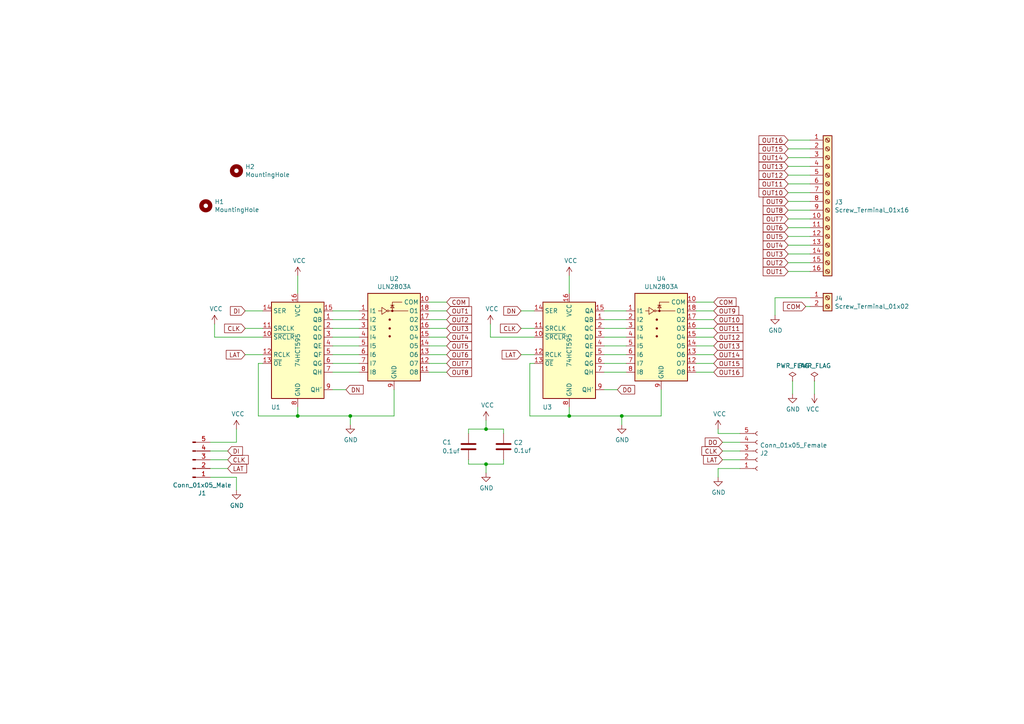
<source format=kicad_sch>
(kicad_sch (version 20211123) (generator eeschema)
  (paper "A4")
  (lib_symbols
    (symbol "74xx:74HCT595"
      (property "Reference" "U" (at -7.62 13.97 0))
      (property "Value" "74HCT595" (at -7.62 -16.51 0))
      (symbol "74HCT595_1_0"
        (pin tri_state line (at 10.16 7.62 180) (length 2.54) (name "QB") (number "1"))
        (pin input line (at -10.16 2.54 0) (length 2.54) (name "~{SRCLR}") (number "10"))
        (pin input line (at -10.16 5.08 0) (length 2.54) (name "SRCLK") (number "11"))
        (pin input line (at -10.16 -2.54 0) (length 2.54) (name "RCLK") (number "12"))
        (pin input line (at -10.16 -5.08 0) (length 2.54) (name "~{OE}") (number "13"))
        (pin input line (at -10.16 10.16 0) (length 2.54) (name "SER") (number "14"))
        (pin tri_state line (at 10.16 10.16 180) (length 2.54) (name "QA") (number "15"))
        (pin power_in line (at 0 15.24 270) (length 2.54) (name "VCC") (number "16"))
        (pin tri_state line (at 10.16 5.08 180) (length 2.54) (name "QC") (number "2"))
        (pin tri_state line (at 10.16 2.54 180) (length 2.54) (name "QD") (number "3"))
        (pin tri_state line (at 10.16 0 180) (length 2.54) (name "QE") (number "4"))
        (pin tri_state line (at 10.16 -2.54 180) (length 2.54) (name "QF") (number "5"))
        (pin tri_state line (at 10.16 -5.08 180) (length 2.54) (name "QG") (number "6"))
        (pin tri_state line (at 10.16 -7.62 180) (length 2.54) (name "QH") (number "7"))
        (pin power_in line (at 0 -17.78 90) (length 2.54) (name "GND") (number "8"))
        (pin output line (at 10.16 -12.7 180) (length 2.54) (name "QH'") (number "9"))
      )
      (symbol "74HCT595_1_1"
        (rectangle (start -7.62 12.7) (end 7.62 -15.24) (stroke (width 0.254)) (fill (type background)))
      )
    )
    (symbol "Connector:Conn_01x05_Female" (pin_names (offset 1.016) hide)
      (property "Reference" "J" (at 0 7.62 0))
      (property "Value" "Conn_01x05_Female" (at 0 -7.62 0))
      (symbol "Conn_01x05_Female_1_1"
        (arc (start 0 -4.572) (mid -0.508 -5.08) (end 0 -5.588) (stroke (width 0.1524)))
        (arc (start 0 -2.032) (mid -0.508 -2.54) (end 0 -3.048) (stroke (width 0.1524)))
        (polyline (pts (xy -1.27 -5.08) (xy -0.508 -5.08)) (stroke (width 0.1524)))
        (polyline (pts (xy -1.27 -2.54) (xy -0.508 -2.54)) (stroke (width 0.1524)))
        (polyline (pts (xy -1.27 0) (xy -0.508 0)) (stroke (width 0.1524)))
        (polyline (pts (xy -1.27 2.54) (xy -0.508 2.54)) (stroke (width 0.1524)))
        (polyline (pts (xy -1.27 5.08) (xy -0.508 5.08)) (stroke (width 0.1524)))
        (arc (start 0 0.508) (mid -0.508 0) (end 0 -0.508) (stroke (width 0.1524)))
        (arc (start 0 3.048) (mid -0.508 2.54) (end 0 2.032) (stroke (width 0.1524)))
        (arc (start 0 5.588) (mid -0.508 5.08) (end 0 4.572) (stroke (width 0.1524)))
        (pin passive line (at -5.08 5.08 0) (length 3.81) (name "Pin_1") (number "1"))
        (pin passive line (at -5.08 2.54 0) (length 3.81) (name "Pin_2") (number "2"))
        (pin passive line (at -5.08 0 0) (length 3.81) (name "Pin_3") (number "3"))
        (pin passive line (at -5.08 -2.54 0) (length 3.81) (name "Pin_4") (number "4"))
        (pin passive line (at -5.08 -5.08 0) (length 3.81) (name "Pin_5") (number "5"))
      )
    )
    (symbol "Connector:Conn_01x05_Male" (pin_names (offset 1.016) hide)
      (property "Reference" "J" (at 0 7.62 0))
      (property "Value" "Conn_01x05_Male" (at 0 -7.62 0))
      (symbol "Conn_01x05_Male_1_1"
        (polyline (pts (xy 1.27 -5.08) (xy 0.8636 -5.08)) (stroke (width 0.1524)))
        (polyline (pts (xy 1.27 -2.54) (xy 0.8636 -2.54)) (stroke (width 0.1524)))
        (polyline (pts (xy 1.27 0) (xy 0.8636 0)) (stroke (width 0.1524)))
        (polyline (pts (xy 1.27 2.54) (xy 0.8636 2.54)) (stroke (width 0.1524)))
        (polyline (pts (xy 1.27 5.08) (xy 0.8636 5.08)) (stroke (width 0.1524)))
        (rectangle (start 0.8636 -4.953) (end 0 -5.207) (stroke (width 0.1524)) (fill (type outline)))
        (rectangle (start 0.8636 -2.413) (end 0 -2.667) (stroke (width 0.1524)) (fill (type outline)))
        (rectangle (start 0.8636 0.127) (end 0 -0.127) (stroke (width 0.1524)) (fill (type outline)))
        (rectangle (start 0.8636 2.667) (end 0 2.413) (stroke (width 0.1524)) (fill (type outline)))
        (rectangle (start 0.8636 5.207) (end 0 4.953) (stroke (width 0.1524)) (fill (type outline)))
        (pin passive line (at 5.08 5.08 180) (length 3.81) (name "Pin_1") (number "1"))
        (pin passive line (at 5.08 2.54 180) (length 3.81) (name "Pin_2") (number "2"))
        (pin passive line (at 5.08 0 180) (length 3.81) (name "Pin_3") (number "3"))
        (pin passive line (at 5.08 -2.54 180) (length 3.81) (name "Pin_4") (number "4"))
        (pin passive line (at 5.08 -5.08 180) (length 3.81) (name "Pin_5") (number "5"))
      )
    )
    (symbol "Connector:Screw_Terminal_01x02" (pin_names (offset 1.016) hide)
      (property "Reference" "J" (at 0 2.54 0))
      (property "Value" "Screw_Terminal_01x02" (at 0 -5.08 0))
      (symbol "Screw_Terminal_01x02_1_1"
        (rectangle (start -1.27 1.27) (end 1.27 -3.81) (stroke (width 0.254)) (fill (type background)))
        (circle (center 0 -2.54) (radius 0.635) (stroke (width 0.1524)))
        (polyline (pts (xy -0.5334 -2.2098) (xy 0.3302 -3.048)) (stroke (width 0.1524)))
        (polyline (pts (xy -0.5334 0.3302) (xy 0.3302 -0.508)) (stroke (width 0.1524)))
        (polyline (pts (xy -0.3556 -2.032) (xy 0.508 -2.8702)) (stroke (width 0.1524)))
        (polyline (pts (xy -0.3556 0.508) (xy 0.508 -0.3302)) (stroke (width 0.1524)))
        (circle (center 0 0) (radius 0.635) (stroke (width 0.1524)))
        (pin passive line (at -5.08 0 0) (length 3.81) (name "Pin_1") (number "1"))
        (pin passive line (at -5.08 -2.54 0) (length 3.81) (name "Pin_2") (number "2"))
      )
    )
    (symbol "Connector:Screw_Terminal_01x16" (pin_names (offset 1.016) hide)
      (property "Reference" "J" (at 0 20.32 0))
      (property "Value" "Screw_Terminal_01x16" (at 0 -22.86 0))
      (symbol "Screw_Terminal_01x16_1_1"
        (rectangle (start -1.27 19.05) (end 1.27 -21.59) (stroke (width 0.254)) (fill (type background)))
        (circle (center 0 -20.32) (radius 0.635) (stroke (width 0.1524)))
        (circle (center 0 -17.78) (radius 0.635) (stroke (width 0.1524)))
        (circle (center 0 -15.24) (radius 0.635) (stroke (width 0.1524)))
        (circle (center 0 -12.7) (radius 0.635) (stroke (width 0.1524)))
        (circle (center 0 -10.16) (radius 0.635) (stroke (width 0.1524)))
        (circle (center 0 -7.62) (radius 0.635) (stroke (width 0.1524)))
        (circle (center 0 -5.08) (radius 0.635) (stroke (width 0.1524)))
        (circle (center 0 -2.54) (radius 0.635) (stroke (width 0.1524)))
        (polyline (pts (xy -0.5334 -19.9898) (xy 0.3302 -20.828)) (stroke (width 0.1524)))
        (polyline (pts (xy -0.5334 -17.4498) (xy 0.3302 -18.288)) (stroke (width 0.1524)))
        (polyline (pts (xy -0.5334 -14.9098) (xy 0.3302 -15.748)) (stroke (width 0.1524)))
        (polyline (pts (xy -0.5334 -12.3698) (xy 0.3302 -13.208)) (stroke (width 0.1524)))
        (polyline (pts (xy -0.5334 -9.8298) (xy 0.3302 -10.668)) (stroke (width 0.1524)))
        (polyline (pts (xy -0.5334 -7.2898) (xy 0.3302 -8.128)) (stroke (width 0.1524)))
        (polyline (pts (xy -0.5334 -4.7498) (xy 0.3302 -5.588)) (stroke (width 0.1524)))
        (polyline (pts (xy -0.5334 -2.2098) (xy 0.3302 -3.048)) (stroke (width 0.1524)))
        (polyline (pts (xy -0.5334 0.3302) (xy 0.3302 -0.508)) (stroke (width 0.1524)))
        (polyline (pts (xy -0.5334 2.8702) (xy 0.3302 2.032)) (stroke (width 0.1524)))
        (polyline (pts (xy -0.5334 5.4102) (xy 0.3302 4.572)) (stroke (width 0.1524)))
        (polyline (pts (xy -0.5334 7.9502) (xy 0.3302 7.112)) (stroke (width 0.1524)))
        (polyline (pts (xy -0.5334 10.4902) (xy 0.3302 9.652)) (stroke (width 0.1524)))
        (polyline (pts (xy -0.5334 13.0302) (xy 0.3302 12.192)) (stroke (width 0.1524)))
        (polyline (pts (xy -0.5334 15.5702) (xy 0.3302 14.732)) (stroke (width 0.1524)))
        (polyline (pts (xy -0.5334 18.1102) (xy 0.3302 17.272)) (stroke (width 0.1524)))
        (polyline (pts (xy -0.3556 -19.812) (xy 0.508 -20.6502)) (stroke (width 0.1524)))
        (polyline (pts (xy -0.3556 -17.272) (xy 0.508 -18.1102)) (stroke (width 0.1524)))
        (polyline (pts (xy -0.3556 -14.732) (xy 0.508 -15.5702)) (stroke (width 0.1524)))
        (polyline (pts (xy -0.3556 -12.192) (xy 0.508 -13.0302)) (stroke (width 0.1524)))
        (polyline (pts (xy -0.3556 -9.652) (xy 0.508 -10.4902)) (stroke (width 0.1524)))
        (polyline (pts (xy -0.3556 -7.112) (xy 0.508 -7.9502)) (stroke (width 0.1524)))
        (polyline (pts (xy -0.3556 -4.572) (xy 0.508 -5.4102)) (stroke (width 0.1524)))
        (polyline (pts (xy -0.3556 -2.032) (xy 0.508 -2.8702)) (stroke (width 0.1524)))
        (polyline (pts (xy -0.3556 0.508) (xy 0.508 -0.3302)) (stroke (width 0.1524)))
        (polyline (pts (xy -0.3556 3.048) (xy 0.508 2.2098)) (stroke (width 0.1524)))
        (polyline (pts (xy -0.3556 5.588) (xy 0.508 4.7498)) (stroke (width 0.1524)))
        (polyline (pts (xy -0.3556 8.128) (xy 0.508 7.2898)) (stroke (width 0.1524)))
        (polyline (pts (xy -0.3556 10.668) (xy 0.508 9.8298)) (stroke (width 0.1524)))
        (polyline (pts (xy -0.3556 13.208) (xy 0.508 12.3698)) (stroke (width 0.1524)))
        (polyline (pts (xy -0.3556 15.748) (xy 0.508 14.9098)) (stroke (width 0.1524)))
        (polyline (pts (xy -0.3556 18.288) (xy 0.508 17.4498)) (stroke (width 0.1524)))
        (circle (center 0 0) (radius 0.635) (stroke (width 0.1524)))
        (circle (center 0 2.54) (radius 0.635) (stroke (width 0.1524)))
        (circle (center 0 5.08) (radius 0.635) (stroke (width 0.1524)))
        (circle (center 0 7.62) (radius 0.635) (stroke (width 0.1524)))
        (circle (center 0 10.16) (radius 0.635) (stroke (width 0.1524)))
        (circle (center 0 12.7) (radius 0.635) (stroke (width 0.1524)))
        (circle (center 0 15.24) (radius 0.635) (stroke (width 0.1524)))
        (circle (center 0 17.78) (radius 0.635) (stroke (width 0.1524)))
        (pin passive line (at -5.08 17.78 0) (length 3.81) (name "Pin_1") (number "1"))
        (pin passive line (at -5.08 -5.08 0) (length 3.81) (name "Pin_10") (number "10"))
        (pin passive line (at -5.08 -7.62 0) (length 3.81) (name "Pin_11") (number "11"))
        (pin passive line (at -5.08 -10.16 0) (length 3.81) (name "Pin_12") (number "12"))
        (pin passive line (at -5.08 -12.7 0) (length 3.81) (name "Pin_13") (number "13"))
        (pin passive line (at -5.08 -15.24 0) (length 3.81) (name "Pin_14") (number "14"))
        (pin passive line (at -5.08 -17.78 0) (length 3.81) (name "Pin_15") (number "15"))
        (pin passive line (at -5.08 -20.32 0) (length 3.81) (name "Pin_16") (number "16"))
        (pin passive line (at -5.08 15.24 0) (length 3.81) (name "Pin_2") (number "2"))
        (pin passive line (at -5.08 12.7 0) (length 3.81) (name "Pin_3") (number "3"))
        (pin passive line (at -5.08 10.16 0) (length 3.81) (name "Pin_4") (number "4"))
        (pin passive line (at -5.08 7.62 0) (length 3.81) (name "Pin_5") (number "5"))
        (pin passive line (at -5.08 5.08 0) (length 3.81) (name "Pin_6") (number "6"))
        (pin passive line (at -5.08 2.54 0) (length 3.81) (name "Pin_7") (number "7"))
        (pin passive line (at -5.08 0 0) (length 3.81) (name "Pin_8") (number "8"))
        (pin passive line (at -5.08 -2.54 0) (length 3.81) (name "Pin_9") (number "9"))
      )
    )
    (symbol "Device:C" (pin_numbers hide) (pin_names (offset 0.254))
      (property "Reference" "C" (at 0.635 2.54 0))
      (property "Value" "C" (at 0.635 -2.54 0))
      (symbol "C_0_1"
        (polyline (pts (xy -2.032 -0.762) (xy 2.032 -0.762)) (stroke (width 0.508)))
        (polyline (pts (xy -2.032 0.762) (xy 2.032 0.762)) (stroke (width 0.508)))
      )
      (symbol "C_1_1"
        (pin passive line (at 0 3.81 270) (length 2.794) (name "~") (number "1"))
        (pin passive line (at 0 -3.81 90) (length 2.794) (name "~") (number "2"))
      )
    )
    (symbol "Mechanical:MountingHole" (pin_names (offset 1.016))
      (property "Reference" "H" (at 0 5.08 0))
      (property "Value" "MountingHole" (at 0 3.175 0))
      (symbol "MountingHole_0_1"
        (circle (center 0 0) (radius 1.27) (stroke (width 1.27)))
      )
    )
    (symbol "Transistor_Array:ULN2803A"
      (property "Reference" "U" (at 0 13.335 0))
      (property "Value" "ULN2803A" (at 0 11.43 0))
      (symbol "ULN2803A_0_1"
        (rectangle (start -7.62 -15.24) (end 7.62 10.16) (stroke (width 0.254)) (fill (type background)))
        (circle (center -1.778 5.08) (radius 0.254))
        (circle (center -1.27 -2.286) (radius 0.254) (fill (type outline)))
        (circle (center -1.27 0) (radius 0.254) (fill (type outline)))
        (circle (center -1.27 2.54) (radius 0.254) (fill (type outline)))
        (circle (center -0.508 5.08) (radius 0.254) (fill (type outline)))
        (polyline (pts (xy -4.572 5.08) (xy -3.556 5.08)))
        (polyline (pts (xy -1.524 5.08) (xy 4.064 5.08)))
        (polyline (pts (xy 0 6.731) (xy -1.016 6.731)))
        (polyline (pts (xy -0.508 5.08) (xy -0.508 7.62) (xy 2.286 7.62)))
        (polyline (pts (xy -3.556 6.096) (xy -3.556 4.064) (xy -2.032 5.08) (xy -3.556 6.096)))
        (polyline (pts (xy 0 5.969) (xy -1.016 5.969) (xy -0.508 6.731) (xy 0 5.969)))
      )
      (symbol "ULN2803A_1_1"
        (pin input line (at -10.16 5.08 0) (length 2.54) (name "I1") (number "1"))
        (pin passive line (at 10.16 7.62 180) (length 2.54) (name "COM") (number "10"))
        (pin open_collector line (at 10.16 -12.7 180) (length 2.54) (name "O8") (number "11"))
        (pin open_collector line (at 10.16 -10.16 180) (length 2.54) (name "O7") (number "12"))
        (pin open_collector line (at 10.16 -7.62 180) (length 2.54) (name "O6") (number "13"))
        (pin open_collector line (at 10.16 -5.08 180) (length 2.54) (name "O5") (number "14"))
        (pin open_collector line (at 10.16 -2.54 180) (length 2.54) (name "O4") (number "15"))
        (pin open_collector line (at 10.16 0 180) (length 2.54) (name "O3") (number "16"))
        (pin open_collector line (at 10.16 2.54 180) (length 2.54) (name "O2") (number "17"))
        (pin open_collector line (at 10.16 5.08 180) (length 2.54) (name "O1") (number "18"))
        (pin input line (at -10.16 2.54 0) (length 2.54) (name "I2") (number "2"))
        (pin input line (at -10.16 0 0) (length 2.54) (name "I3") (number "3"))
        (pin input line (at -10.16 -2.54 0) (length 2.54) (name "I4") (number "4"))
        (pin input line (at -10.16 -5.08 0) (length 2.54) (name "I5") (number "5"))
        (pin input line (at -10.16 -7.62 0) (length 2.54) (name "I6") (number "6"))
        (pin input line (at -10.16 -10.16 0) (length 2.54) (name "I7") (number "7"))
        (pin input line (at -10.16 -12.7 0) (length 2.54) (name "I8") (number "8"))
        (pin power_in line (at 0 -17.78 90) (length 2.54) (name "GND") (number "9"))
      )
    )
    (symbol "power:GND" (power) (pin_names (offset 0))
      (property "Value" "GND" (at 0 -3.81 0))
      (symbol "GND_0_1"
        (polyline (pts (xy 0 0) (xy 0 -1.27) (xy 1.27 -1.27) (xy 0 -2.54) (xy -1.27 -1.27) (xy 0 -1.27)))
      )
      (symbol "GND_1_1"
        (pin power_in line (at 0 0 270) (length 0) hide (name "GND") (number "1"))
      )
    )
    (symbol "power:PWR_FLAG" (power) (pin_numbers hide) (pin_names (offset 0) hide)
      (property "Value" "PWR_FLAG" (at 0 3.81 0))
      (symbol "PWR_FLAG_0_0"
        (pin power_out line (at 0 0 90) (length 0) (name "pwr") (number "1"))
      )
      (symbol "PWR_FLAG_0_1"
        (polyline (pts (xy 0 0) (xy 0 1.27) (xy -1.016 1.905) (xy 0 2.54) (xy 1.016 1.905) (xy 0 1.27)))
      )
    )
    (symbol "power:VCC" (power) (pin_names (offset 0))
      (property "Value" "VCC" (at 0 3.81 0))
      (symbol "VCC_0_1"
        (polyline (pts (xy -0.762 1.27) (xy 0 2.54)))
        (polyline (pts (xy 0 0) (xy 0 2.54)))
        (polyline (pts (xy 0 2.54) (xy 0.762 1.27)))
      )
      (symbol "VCC_1_1"
        (pin power_in line (at 0 0 90) (length 0) hide (name "VCC") (number "1"))
      )
    )
  )
  (junction (at 180.34 120.65))
  (junction (at 140.97 134.62))
  (junction (at 165.1 120.65))
  (junction (at 140.97 124.46))
  (junction (at 101.6 120.65))
  (junction (at 86.36 120.65))
  (wire (pts (xy 209.55 128.27) (xy 214.63 128.27)))
  (wire (pts (xy 201.93 97.79) (xy 207.01 97.79)))
  (wire (pts (xy 191.77 113.03) (xy 191.77 120.65)))
  (wire (pts (xy 228.6 76.2) (xy 234.95 76.2)))
  (wire (pts (xy 228.6 58.42) (xy 234.95 58.42)))
  (wire (pts (xy 201.93 102.87) (xy 207.01 102.87)))
  (wire (pts (xy 151.13 95.25) (xy 154.94 95.25)))
  (wire (pts (xy 201.93 87.63) (xy 207.01 87.63)))
  (wire (pts (xy 124.46 95.25) (xy 129.54 95.25)))
  (wire (pts (xy 201.93 105.41) (xy 207.01 105.41)))
  (wire (pts (xy 224.79 86.36) (xy 224.79 91.44)))
  (wire (pts (xy 124.46 105.41) (xy 129.54 105.41)))
  (wire (pts (xy 201.93 90.17) (xy 207.01 90.17)))
  (wire (pts (xy 228.6 63.5) (xy 234.95 63.5)))
  (wire (pts (xy 228.6 50.8) (xy 234.95 50.8)))
  (wire (pts (xy 154.94 97.79) (xy 142.24 97.79)))
  (wire (pts (xy 74.93 120.65) (xy 86.36 120.65)))
  (wire (pts (xy 180.34 120.65) (xy 180.34 123.19)))
  (wire (pts (xy 175.26 107.95) (xy 181.61 107.95)))
  (wire (pts (xy 96.52 97.79) (xy 104.14 97.79)))
  (wire (pts (xy 124.46 87.63) (xy 129.54 87.63)))
  (wire (pts (xy 175.26 102.87) (xy 181.61 102.87)))
  (wire (pts (xy 135.89 134.62) (xy 140.97 134.62)))
  (wire (pts (xy 124.46 90.17) (xy 129.54 90.17)))
  (wire (pts (xy 165.1 85.09) (xy 165.1 80.01)))
  (wire (pts (xy 228.6 45.72) (xy 234.95 45.72)))
  (wire (pts (xy 228.6 48.26) (xy 234.95 48.26)))
  (wire (pts (xy 228.6 53.34) (xy 234.95 53.34)))
  (wire (pts (xy 96.52 95.25) (xy 104.14 95.25)))
  (wire (pts (xy 228.6 68.58) (xy 234.95 68.58)))
  (wire (pts (xy 124.46 97.79) (xy 129.54 97.79)))
  (wire (pts (xy 135.89 133.35) (xy 135.89 134.62)))
  (wire (pts (xy 86.36 85.09) (xy 86.36 80.01)))
  (wire (pts (xy 100.33 113.03) (xy 96.52 113.03)))
  (wire (pts (xy 153.67 120.65) (xy 165.1 120.65)))
  (wire (pts (xy 146.05 124.46) (xy 140.97 124.46)))
  (wire (pts (xy 135.89 124.46) (xy 140.97 124.46)))
  (wire (pts (xy 165.1 120.65) (xy 180.34 120.65)))
  (wire (pts (xy 201.93 95.25) (xy 207.01 95.25)))
  (wire (pts (xy 140.97 124.46) (xy 140.97 121.92)))
  (wire (pts (xy 96.52 90.17) (xy 104.14 90.17)))
  (wire (pts (xy 154.94 105.41) (xy 153.67 105.41)))
  (wire (pts (xy 175.26 95.25) (xy 181.61 95.25)))
  (wire (pts (xy 60.96 128.27) (xy 68.58 128.27)))
  (wire (pts (xy 60.96 138.43) (xy 68.58 138.43)))
  (wire (pts (xy 135.89 125.73) (xy 135.89 124.46)))
  (wire (pts (xy 154.94 90.17) (xy 151.13 90.17)))
  (wire (pts (xy 214.63 135.89) (xy 208.28 135.89)))
  (wire (pts (xy 228.6 43.18) (xy 234.95 43.18)))
  (wire (pts (xy 76.2 102.87) (xy 71.12 102.87)))
  (wire (pts (xy 60.96 133.35) (xy 66.04 133.35)))
  (wire (pts (xy 96.52 102.87) (xy 104.14 102.87)))
  (wire (pts (xy 154.94 102.87) (xy 151.13 102.87)))
  (wire (pts (xy 74.93 105.41) (xy 74.93 120.65)))
  (wire (pts (xy 208.28 135.89) (xy 208.28 138.43)))
  (wire (pts (xy 208.28 125.73) (xy 214.63 125.73)))
  (wire (pts (xy 234.95 88.9) (xy 233.68 88.9)))
  (wire (pts (xy 60.96 130.81) (xy 66.04 130.81)))
  (wire (pts (xy 229.87 110.49) (xy 229.87 114.3)))
  (wire (pts (xy 165.1 118.11) (xy 165.1 120.65)))
  (wire (pts (xy 209.55 130.81) (xy 214.63 130.81)))
  (wire (pts (xy 208.28 125.73) (xy 208.28 124.46)))
  (wire (pts (xy 175.26 97.79) (xy 181.61 97.79)))
  (wire (pts (xy 175.26 113.03) (xy 179.07 113.03)))
  (wire (pts (xy 228.6 40.64) (xy 234.95 40.64)))
  (wire (pts (xy 146.05 125.73) (xy 146.05 124.46)))
  (wire (pts (xy 201.93 92.71) (xy 207.01 92.71)))
  (wire (pts (xy 228.6 60.96) (xy 234.95 60.96)))
  (wire (pts (xy 175.26 100.33) (xy 181.61 100.33)))
  (wire (pts (xy 86.36 120.65) (xy 101.6 120.65)))
  (wire (pts (xy 86.36 118.11) (xy 86.36 120.65)))
  (wire (pts (xy 62.23 97.79) (xy 62.23 93.98)))
  (wire (pts (xy 68.58 128.27) (xy 68.58 124.46)))
  (wire (pts (xy 124.46 107.95) (xy 129.54 107.95)))
  (wire (pts (xy 146.05 133.35) (xy 146.05 134.62)))
  (wire (pts (xy 142.24 97.79) (xy 142.24 93.98)))
  (wire (pts (xy 146.05 134.62) (xy 140.97 134.62)))
  (wire (pts (xy 124.46 102.87) (xy 129.54 102.87)))
  (wire (pts (xy 114.3 113.03) (xy 114.3 120.65)))
  (wire (pts (xy 101.6 120.65) (xy 101.6 123.19)))
  (wire (pts (xy 228.6 55.88) (xy 234.95 55.88)))
  (wire (pts (xy 228.6 66.04) (xy 234.95 66.04)))
  (wire (pts (xy 224.79 86.36) (xy 234.95 86.36)))
  (wire (pts (xy 96.52 107.95) (xy 104.14 107.95)))
  (wire (pts (xy 114.3 120.65) (xy 101.6 120.65)))
  (wire (pts (xy 228.6 73.66) (xy 234.95 73.66)))
  (wire (pts (xy 124.46 92.71) (xy 129.54 92.71)))
  (wire (pts (xy 124.46 100.33) (xy 129.54 100.33)))
  (wire (pts (xy 68.58 138.43) (xy 68.58 142.24)))
  (wire (pts (xy 96.52 92.71) (xy 104.14 92.71)))
  (wire (pts (xy 228.6 78.74) (xy 234.95 78.74)))
  (wire (pts (xy 96.52 105.41) (xy 104.14 105.41)))
  (wire (pts (xy 76.2 105.41) (xy 74.93 105.41)))
  (wire (pts (xy 201.93 107.95) (xy 207.01 107.95)))
  (wire (pts (xy 236.22 110.49) (xy 236.22 114.3)))
  (wire (pts (xy 96.52 100.33) (xy 104.14 100.33)))
  (wire (pts (xy 175.26 92.71) (xy 181.61 92.71)))
  (wire (pts (xy 140.97 134.62) (xy 140.97 137.16)))
  (wire (pts (xy 228.6 71.12) (xy 234.95 71.12)))
  (wire (pts (xy 76.2 97.79) (xy 62.23 97.79)))
  (wire (pts (xy 201.93 100.33) (xy 207.01 100.33)))
  (wire (pts (xy 209.55 133.35) (xy 214.63 133.35)))
  (wire (pts (xy 191.77 120.65) (xy 180.34 120.65)))
  (wire (pts (xy 71.12 95.25) (xy 76.2 95.25)))
  (wire (pts (xy 60.96 135.89) (xy 66.04 135.89)))
  (wire (pts (xy 153.67 105.41) (xy 153.67 120.65)))
  (wire (pts (xy 76.2 90.17) (xy 71.12 90.17)))
  (wire (pts (xy 175.26 105.41) (xy 181.61 105.41)))
  (wire (pts (xy 175.26 90.17) (xy 181.61 90.17)))
  (global_label "OUT12" (shape input) (at 207.01 97.79 0) (property "Intersheet References" "${INTERSHEET_REFS}" (effects hide)))
  (global_label "LAT" (shape input) (at 209.55 133.35 180) (property "Intersheet References" "${INTERSHEET_REFS}" (effects hide)))
  (global_label "OUT2" (shape input) (at 228.6 76.2 180) (property "Intersheet References" "${INTERSHEET_REFS}" (effects hide)))
  (global_label "OUT16" (shape input) (at 228.6 40.64 180) (property "Intersheet References" "${INTERSHEET_REFS}" (effects hide)))
  (global_label "OUT5" (shape input) (at 129.54 100.33 0) (property "Intersheet References" "${INTERSHEET_REFS}" (effects hide)))
  (global_label "DI" (shape input) (at 66.04 130.81 0) (property "Intersheet References" "${INTERSHEET_REFS}" (effects hide)))
  (global_label "CLK" (shape input) (at 66.04 133.35 0) (property "Intersheet References" "${INTERSHEET_REFS}" (effects hide)))
  (global_label "OUT13" (shape input) (at 228.6 48.26 180) (property "Intersheet References" "${INTERSHEET_REFS}" (effects hide)))
  (global_label "OUT14" (shape input) (at 207.01 102.87 0) (property "Intersheet References" "${INTERSHEET_REFS}" (effects hide)))
  (global_label "COM" (shape input) (at 207.01 87.63 0) (property "Intersheet References" "${INTERSHEET_REFS}" (effects hide)))
  (global_label "OUT1" (shape input) (at 129.54 90.17 0) (property "Intersheet References" "${INTERSHEET_REFS}" (effects hide)))
  (global_label "OUT4" (shape input) (at 228.6 71.12 180) (property "Intersheet References" "${INTERSHEET_REFS}" (effects hide)))
  (global_label "LAT" (shape input) (at 71.12 102.87 180) (property "Intersheet References" "${INTERSHEET_REFS}" (effects hide)))
  (global_label "OUT2" (shape input) (at 129.54 92.71 0) (property "Intersheet References" "${INTERSHEET_REFS}" (effects hide)))
  (global_label "OUT3" (shape input) (at 228.6 73.66 180) (property "Intersheet References" "${INTERSHEET_REFS}" (effects hide)))
  (global_label "COM" (shape input) (at 129.54 87.63 0) (property "Intersheet References" "${INTERSHEET_REFS}" (effects hide)))
  (global_label "OUT9" (shape input) (at 207.01 90.17 0) (property "Intersheet References" "${INTERSHEET_REFS}" (effects hide)))
  (global_label "OUT10" (shape input) (at 228.6 55.88 180) (property "Intersheet References" "${INTERSHEET_REFS}" (effects hide)))
  (global_label "OUT5" (shape input) (at 228.6 68.58 180) (property "Intersheet References" "${INTERSHEET_REFS}" (effects hide)))
  (global_label "OUT9" (shape input) (at 228.6 58.42 180) (property "Intersheet References" "${INTERSHEET_REFS}" (effects hide)))
  (global_label "OUT11" (shape input) (at 207.01 95.25 0) (property "Intersheet References" "${INTERSHEET_REFS}" (effects hide)))
  (global_label "OUT3" (shape input) (at 129.54 95.25 0) (property "Intersheet References" "${INTERSHEET_REFS}" (effects hide)))
  (global_label "OUT15" (shape input) (at 228.6 43.18 180) (property "Intersheet References" "${INTERSHEET_REFS}" (effects hide)))
  (global_label "OUT11" (shape input) (at 228.6 53.34 180) (property "Intersheet References" "${INTERSHEET_REFS}" (effects hide)))
  (global_label "DO" (shape input) (at 179.07 113.03 0) (property "Intersheet References" "${INTERSHEET_REFS}" (effects hide)))
  (global_label "CLK" (shape input) (at 151.13 95.25 180) (property "Intersheet References" "${INTERSHEET_REFS}" (effects hide)))
  (global_label "OUT16" (shape input) (at 207.01 107.95 0) (property "Intersheet References" "${INTERSHEET_REFS}" (effects hide)))
  (global_label "OUT13" (shape input) (at 207.01 100.33 0) (property "Intersheet References" "${INTERSHEET_REFS}" (effects hide)))
  (global_label "OUT10" (shape input) (at 207.01 92.71 0) (property "Intersheet References" "${INTERSHEET_REFS}" (effects hide)))
  (global_label "OUT15" (shape input) (at 207.01 105.41 0) (property "Intersheet References" "${INTERSHEET_REFS}" (effects hide)))
  (global_label "OUT8" (shape input) (at 129.54 107.95 0) (property "Intersheet References" "${INTERSHEET_REFS}" (effects hide)))
  (global_label "CLK" (shape input) (at 71.12 95.25 180) (property "Intersheet References" "${INTERSHEET_REFS}" (effects hide)))
  (global_label "CLK" (shape input) (at 209.55 130.81 180) (property "Intersheet References" "${INTERSHEET_REFS}" (effects hide)))
  (global_label "OUT6" (shape input) (at 129.54 102.87 0) (property "Intersheet References" "${INTERSHEET_REFS}" (effects hide)))
  (global_label "OUT6" (shape input) (at 228.6 66.04 180) (property "Intersheet References" "${INTERSHEET_REFS}" (effects hide)))
  (global_label "OUT4" (shape input) (at 129.54 97.79 0) (property "Intersheet References" "${INTERSHEET_REFS}" (effects hide)))
  (global_label "DN" (shape input) (at 151.13 90.17 180) (property "Intersheet References" "${INTERSHEET_REFS}" (effects hide)))
  (global_label "LAT" (shape input) (at 66.04 135.89 0) (property "Intersheet References" "${INTERSHEET_REFS}" (effects hide)))
  (global_label "OUT7" (shape input) (at 129.54 105.41 0) (property "Intersheet References" "${INTERSHEET_REFS}" (effects hide)))
  (global_label "LAT" (shape input) (at 151.13 102.87 180) (property "Intersheet References" "${INTERSHEET_REFS}" (effects hide)))
  (global_label "OUT12" (shape input) (at 228.6 50.8 180) (property "Intersheet References" "${INTERSHEET_REFS}" (effects hide)))
  (global_label "OUT8" (shape input) (at 228.6 60.96 180) (property "Intersheet References" "${INTERSHEET_REFS}" (effects hide)))
  (global_label "OUT7" (shape input) (at 228.6 63.5 180) (property "Intersheet References" "${INTERSHEET_REFS}" (effects hide)))
  (global_label "OUT14" (shape input) (at 228.6 45.72 180) (property "Intersheet References" "${INTERSHEET_REFS}" (effects hide)))
  (global_label "OUT1" (shape input) (at 228.6 78.74 180) (property "Intersheet References" "${INTERSHEET_REFS}" (effects hide)))
  (global_label "COM" (shape input) (at 233.68 88.9 180) (property "Intersheet References" "${INTERSHEET_REFS}" (effects hide)))
  (global_label "DN" (shape input) (at 100.33 113.03 0) (property "Intersheet References" "${INTERSHEET_REFS}" (effects hide)))
  (global_label "DI" (shape input) (at 71.12 90.17 180) (property "Intersheet References" "${INTERSHEET_REFS}" (effects hide)))
  (global_label "DO" (shape input) (at 209.55 128.27 180) (property "Intersheet References" "${INTERSHEET_REFS}" (effects hide)))
  (symbol (lib_id "74xx:74HCT595") (at 86.36 100.33 0) (unit 1)
    (property "Reference" "U1" (at 80.01 118.11 0))
    (property "Value" "74HCT595" (at 86.36 101.6 90))
    (property "Footprint" "Package_DIP:DIP-16_W7.62mm" (effects hide))
    (property "Datasheet" "https://assets.nexperia.com/documents/data-sheet/74HC_HCT595.pdf" (effects hide))
  )
  (symbol (lib_id "74xx:74HCT595") (at 165.1 100.33 0) (unit 1)
    (property "Reference" "U3" (at 158.75 118.11 0))
    (property "Value" "74HCT595" (at 165.1 101.6 90))
    (property "Footprint" "Package_DIP:DIP-16_W7.62mm" (effects hide))
    (property "Datasheet" "https://assets.nexperia.com/documents/data-sheet/74HC_HCT595.pdf" (effects hide))
  )
  (symbol (lib_id "Transistor_Array:ULN2803A") (at 114.3 95.25 0) (unit 1)
    (property "Reference" "U2" (at 114.3 80.8482 0))
    (property "Value" "ULN2803A" (at 114.3 83.1596 0))
    (property "Footprint" "Package_DIP:DIP-18_W7.62mm" (effects hide))
    (property "Datasheet" "http://www.ti.com/lit/ds/symlink/uln2803a.pdf" (effects hide))
  )
  (symbol (lib_id "Transistor_Array:ULN2803A") (at 191.77 95.25 0) (unit 1)
    (property "Reference" "U4" (at 191.77 80.8482 0))
    (property "Value" "ULN2803A" (at 191.77 83.1596 0))
    (property "Footprint" "Package_DIP:DIP-18_W7.62mm" (effects hide))
    (property "Datasheet" "http://www.ti.com/lit/ds/symlink/uln2803a.pdf" (effects hide))
  )
  (symbol (lib_id "Device:C") (at 135.89 129.54 0) (unit 1)
    (property "Reference" "C1" (at 128.27 128.27 0) (effects (justify left)))
    (property "Value" "0.1uf" (at 128.27 130.81 0) (effects (justify left)))
    (property "Footprint" "Capacitors_ThroughHole:C_Disc_D3.4mm_W2.1mm_P2.50mm" (effects hide))
  )
  (symbol (lib_id "Device:C") (at 146.05 129.54 0) (mirror y) (unit 1)
    (property "Reference" "C2" (at 148.971 128.3716 0) (effects (justify right)))
    (property "Value" "0.1uf" (at 148.971 130.683 0) (effects (justify right)))
    (property "Footprint" "Capacitors_ThroughHole:C_Disc_D3.4mm_W2.1mm_P2.50mm" (effects hide))
  )
  (symbol (lib_id "Connector:Conn_01x05_Male") (at 55.88 133.35 0) (mirror x) (unit 1)
    (property "Reference" "J1" (at 58.6232 143.0274 0))
    (property "Value" "Conn_01x05_Male" (at 58.6232 140.716 0))
    (property "Footprint" "Connector_PinHeader_2.54mm:PinHeader_1x05_P2.54mm_Horizontal" (effects hide))
  )
  (symbol (lib_id "Connector:Conn_01x05_Female") (at 219.71 130.81 0) (mirror x) (unit 1)
    (property "Reference" "J2" (at 220.4212 131.4704 0) (effects (justify left)))
    (property "Value" "Conn_01x05_Female" (at 220.4212 129.159 0) (effects (justify left)))
    (property "Footprint" "Connector_PinSocket_2.54mm:PinSocket_1x05_P2.54mm_Horizontal" (effects hide))
  )
  (symbol (lib_id "Connector:Screw_Terminal_01x16") (at 240.03 58.42 0) (unit 1)
    (property "Reference" "J3" (at 242.062 58.6232 0) (effects (justify left)))
    (property "Value" "Screw_Terminal_01x16" (at 242.062 60.9346 0) (effects (justify left)))
    (property "Footprint" "TerminalBlock_Phoenix:TerminalBlock_Phoenix_MKDS-1,5-16-5.08_1x16_P5.08mm_Horizontal" (effects hide))
  )
  (symbol (lib_id "power:GND") (at 229.87 114.3 0) (unit 1)
    (property "Reference" "#PWR0101" (effects hide))
    (property "Value" "GND" (at 229.997 118.6942 0))
  )
  (symbol (lib_id "Mechanical:MountingHole") (at 59.69 59.69 0) (unit 1)
    (property "Reference" "H1" (at 62.23 58.5216 0) (effects (justify left)))
    (property "Value" "MountingHole" (at 62.23 60.833 0) (effects (justify left)))
    (property "Footprint" "Mounting_Holes:MountingHole_3.2mm_M3" (effects hide))
  )
  (symbol (lib_id "power:VCC") (at 236.22 114.3 180) (unit 1)
    (property "Reference" "#PWR0102" (effects hide))
    (property "Value" "VCC" (at 235.7628 118.6942 0))
  )
  (symbol (lib_id "Mechanical:MountingHole") (at 68.58 49.53 0) (unit 1)
    (property "Reference" "H2" (at 71.12 48.3616 0) (effects (justify left)))
    (property "Value" "MountingHole" (at 71.12 50.673 0) (effects (justify left)))
    (property "Footprint" "Mounting_Holes:MountingHole_3.2mm_M3" (effects hide))
  )
  (symbol (lib_id "power:PWR_FLAG") (at 229.87 110.49 0) (unit 1)
    (property "Reference" "#FLG0101" (effects hide))
    (property "Value" "PWR_FLAG" (at 229.87 106.0958 0))
  )
  (symbol (lib_id "Connector:Screw_Terminal_01x02") (at 240.03 86.36 0) (unit 1)
    (property "Reference" "J4" (at 242.062 86.5632 0) (effects (justify left)))
    (property "Value" "Screw_Terminal_01x02" (at 242.062 88.8746 0) (effects (justify left)))
    (property "Footprint" "TerminalBlock_Phoenix:TerminalBlock_Phoenix_MKDS-1,5-2-5.08_1x02_P5.08mm_Horizontal" (effects hide))
  )
  (symbol (lib_id "power:GND") (at 101.6 123.19 0) (unit 1)
    (property "Reference" "#PWR0103" (effects hide))
    (property "Value" "GND" (at 101.727 127.5842 0))
  )
  (symbol (lib_id "power:GND") (at 180.34 123.19 0) (unit 1)
    (property "Reference" "#PWR0104" (effects hide))
    (property "Value" "GND" (at 180.467 127.5842 0))
  )
  (symbol (lib_id "power:VCC") (at 165.1 80.01 0) (unit 1)
    (property "Reference" "#PWR0105" (effects hide))
    (property "Value" "VCC" (at 165.5318 75.6158 0))
  )
  (symbol (lib_id "power:VCC") (at 86.36 80.01 0) (unit 1)
    (property "Reference" "#PWR0106" (effects hide))
    (property "Value" "VCC" (at 86.7918 75.6158 0))
  )
  (symbol (lib_id "power:GND") (at 140.97 137.16 0) (unit 1)
    (property "Reference" "#PWR0107" (effects hide))
    (property "Value" "GND" (at 141.097 141.5542 0))
  )
  (symbol (lib_id "power:VCC") (at 140.97 121.92 0) (unit 1)
    (property "Reference" "#PWR0108" (effects hide))
    (property "Value" "VCC" (at 141.4018 117.5258 0))
  )
  (symbol (lib_id "power:PWR_FLAG") (at 236.22 110.49 0) (unit 1)
    (property "Reference" "#FLG0102" (effects hide))
    (property "Value" "PWR_FLAG" (at 236.22 106.0958 0))
  )
  (symbol (lib_id "power:VCC") (at 62.23 93.98 0) (unit 1)
    (property "Reference" "#PWR0109" (effects hide))
    (property "Value" "VCC" (at 62.6618 89.5858 0))
  )
  (symbol (lib_id "power:VCC") (at 142.24 93.98 0) (unit 1)
    (property "Reference" "#PWR0110" (effects hide))
    (property "Value" "VCC" (at 142.6718 89.5858 0))
  )
  (symbol (lib_id "power:VCC") (at 68.58 124.46 0) (unit 1)
    (property "Reference" "#PWR0111" (effects hide))
    (property "Value" "VCC" (at 69.0118 120.0658 0))
  )
  (symbol (lib_id "power:VCC") (at 208.28 124.46 0) (unit 1)
    (property "Reference" "#PWR0112" (effects hide))
    (property "Value" "VCC" (at 208.7118 120.0658 0))
  )
  (symbol (lib_id "power:GND") (at 208.28 138.43 0) (unit 1)
    (property "Reference" "#PWR0113" (effects hide))
    (property "Value" "GND" (at 208.407 142.8242 0))
  )
  (symbol (lib_id "power:GND") (at 68.58 142.24 0) (unit 1)
    (property "Reference" "#PWR0114" (effects hide))
    (property "Value" "GND" (at 68.707 146.6342 0))
  )
  (symbol (lib_id "power:GND") (at 224.79 91.44 0) (unit 1)
    (property "Reference" "#PWR0115" (effects hide))
    (property "Value" "GND" (at 224.917 95.8342 0))
  )
)
</source>
